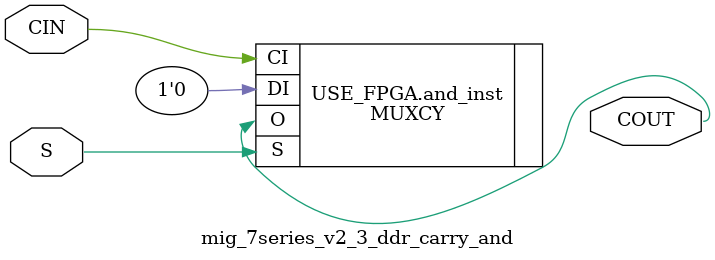
<source format=v>
`timescale 1ps/1ps


module mig_7series_v2_3_ddr_carry_and #
  (
   parameter         C_FAMILY                         = "virtex6"
                       // FPGA Family. Current version: virtex6 or spartan6.
   )
  (
   input  wire        CIN,
   input  wire        S,
   output wire        COUT
   );
  
  
  /////////////////////////////////////////////////////////////////////////////
  // Variables for generating parameter controlled instances.
  /////////////////////////////////////////////////////////////////////////////
  
  
  /////////////////////////////////////////////////////////////////////////////
  // Local params
  /////////////////////////////////////////////////////////////////////////////
  
  
  /////////////////////////////////////////////////////////////////////////////
  // Functions
  /////////////////////////////////////////////////////////////////////////////
  
  
  /////////////////////////////////////////////////////////////////////////////
  // Internal signals
  /////////////////////////////////////////////////////////////////////////////

  
  /////////////////////////////////////////////////////////////////////////////
  // Instantiate or use RTL code
  /////////////////////////////////////////////////////////////////////////////
  
  generate
    if ( C_FAMILY == "rtl" ) begin : USE_RTL
      assign COUT = CIN & S;
      
    end else begin : USE_FPGA
      MUXCY and_inst 
      (
       .O (COUT), 
       .CI (CIN), 
       .DI (1'b0), 
       .S (S)
      ); 
      
    end
  endgenerate
  
  
endmodule

</source>
